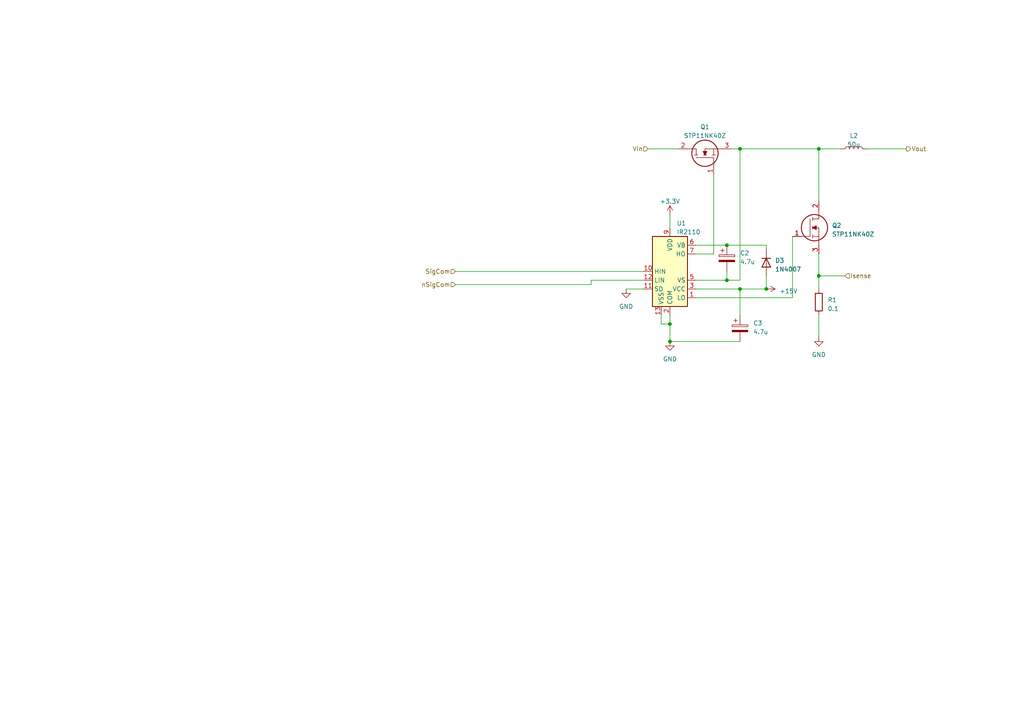
<source format=kicad_sch>
(kicad_sch (version 20230121) (generator eeschema)
  (paper "A4")
  (lib_symbols
    (symbol "Device:C_Polarized" (pin_numbers hide) (pin_names (offset 0.254))
      (property "Reference" "C" (at 0.635 2.54 0))
      (property "Value" "C_Polarized" (at 0.635 -2.54 0))
      (symbol "C_Polarized_0_1"
        (rectangle (start -2.286 0.508) (end 2.286 1.016))
        (polyline (pts (xy -1.778 2.286) (xy -0.762 2.286)))
        (polyline (pts (xy -1.27 2.794) (xy -1.27 1.778)))
        (rectangle (start 2.286 -0.508) (end -2.286 -1.016) (fill (type outline)))
      )
      (symbol "C_Polarized_1_1"
        (pin passive line (at 0 3.81 270) (length 2.794) (name "~") (number "1"))
        (pin passive line (at 0 -3.81 90) (length 2.794) (name "~") (number "2"))
      )
    )
    (symbol "Device:L" (pin_numbers hide) (pin_names (offset 1.016) hide)
      (property "Reference" "L" (at -1.27 0 90))
      (property "Value" "L" (at 1.905 0 90))
      (symbol "L_0_1"
        (arc (start 0 -2.54) (mid 0.6323 -1.905) (end 0 -1.27))
        (arc (start 0 -1.27) (mid 0.6323 -0.635) (end 0 0))
        (arc (start 0 0) (mid 0.6323 0.635) (end 0 1.27))
        (arc (start 0 1.27) (mid 0.6323 1.905) (end 0 2.54))
      )
      (symbol "L_1_1"
        (pin passive line (at 0 3.81 270) (length 1.27) (name "1") (number "1"))
        (pin passive line (at 0 -3.81 90) (length 1.27) (name "2") (number "2"))
      )
    )
    (symbol "Device:R" (pin_numbers hide) (pin_names (offset 0))
      (property "Reference" "R" (at 2.032 0 90))
      (property "Value" "R" (at 0 0 90))
      (symbol "R_0_1"
        (rectangle (start -1.016 -2.54) (end 1.016 2.54) (stroke (width 0.254)))
      )
      (symbol "R_1_1"
        (pin passive line (at 0 3.81 270) (length 1.27) (name "~") (number "1"))
        (pin passive line (at 0 -3.81 90) (length 1.27) (name "~") (number "2"))
      )
    )
    (symbol "Diode:1N4007" (pin_numbers hide) (pin_names hide)
      (property "Reference" "D" (at 0 2.54 0))
      (property "Value" "1N4007" (at 0 -2.54 0))
      (symbol "1N4007_0_1"
        (polyline (pts (xy -1.27 1.27) (xy -1.27 -1.27)) (stroke (width 0.254)))
        (polyline (pts (xy 1.27 0) (xy -1.27 0)))
        (polyline (pts (xy 1.27 1.27) (xy 1.27 -1.27) (xy -1.27 0) (xy 1.27 1.27)) (stroke (width 0.254)))
      )
      (symbol "1N4007_1_1"
        (pin passive line (at -3.81 0 0) (length 2.54) (name "K") (number "1"))
        (pin passive line (at 3.81 0 180) (length 2.54) (name "A") (number "2"))
      )
    )
    (symbol "Driver_FET:IR2110"
      (property "Reference" "U" (at 1.27 13.335 0))
      (property "Value" "IR2110" (at 1.27 11.43 0))
      (symbol "IR2110_0_1"
        (rectangle (start -5.08 -10.16) (end 5.08 10.16) (stroke (width 0.254)) (fill (type background)))
      )
      (symbol "IR2110_1_1"
        (pin output line (at 7.62 -7.62 180) (length 2.54) (name "LO") (number "1"))
        (pin input line (at -7.62 0 0) (length 2.54) (name "HIN") (number "10"))
        (pin input line (at -7.62 -5.08 0) (length 2.54) (name "SD") (number "11"))
        (pin input line (at -7.62 -2.54 0) (length 2.54) (name "LIN") (number "12"))
        (pin power_in line (at -2.54 -12.7 90) (length 2.54) (name "VSS") (number "13"))
        (pin no_connect line (at -5.08 2.54 0) (length 2.54) hide (name "NC") (number "14"))
        (pin power_in line (at 0 -12.7 90) (length 2.54) (name "COM") (number "2"))
        (pin power_in line (at 7.62 -5.08 180) (length 2.54) (name "VCC") (number "3"))
        (pin no_connect line (at -5.08 7.62 0) (length 2.54) hide (name "NC") (number "4"))
        (pin passive line (at 7.62 -2.54 180) (length 2.54) (name "VS") (number "5"))
        (pin passive line (at 7.62 7.62 180) (length 2.54) (name "VB") (number "6"))
        (pin output line (at 7.62 5.08 180) (length 2.54) (name "HO") (number "7"))
        (pin no_connect line (at -5.08 5.08 0) (length 2.54) hide (name "NC") (number "8"))
        (pin power_in line (at 0 12.7 270) (length 2.54) (name "VDD") (number "9"))
      )
    )
    (symbol "ProjLib:STP11NK40Z" (pin_names (offset 0.762))
      (property "Reference" "Q" (at 11.43 3.81 0))
      (property "Value" "STP11NK40Z" (at 11.43 1.27 0))
      (symbol "STP11NK40Z_0_0"
        (pin passive line (at 0 0 0) (length 2.54) (name "~") (number "1"))
        (pin passive line (at 7.62 10.16 270) (length 2.54) (name "~") (number "2"))
        (pin passive line (at 7.62 -5.08 90) (length 2.54) (name "~") (number "3"))
      )
      (symbol "STP11NK40Z_0_1"
        (polyline (pts (xy 5.842 -0.508) (xy 5.842 0.508)) (stroke (width 0.1524)))
        (polyline (pts (xy 5.842 0) (xy 7.62 0)) (stroke (width 0.1524)))
        (polyline (pts (xy 5.842 2.032) (xy 5.842 3.048)) (stroke (width 0.1524)))
        (polyline (pts (xy 5.842 5.588) (xy 5.842 4.572)) (stroke (width 0.1524)))
        (polyline (pts (xy 7.62 2.54) (xy 5.842 2.54)) (stroke (width 0.1524)))
        (polyline (pts (xy 7.62 2.54) (xy 7.62 -2.54)) (stroke (width 0.1524)))
        (polyline (pts (xy 7.62 5.08) (xy 5.842 5.08)) (stroke (width 0.1524)))
        (polyline (pts (xy 7.62 5.08) (xy 7.62 7.62)) (stroke (width 0.1524)))
        (polyline (pts (xy 2.54 0) (xy 5.08 0) (xy 5.08 5.08)) (stroke (width 0.1524)))
        (polyline (pts (xy 5.842 2.54) (xy 6.858 3.048) (xy 6.858 2.032) (xy 5.842 2.54)) (stroke (width 0.254)) (fill (type outline)))
        (circle (center 6.35 2.54) (radius 3.81) (stroke (width 0.254)))
      )
    )
    (symbol "power:+15V" (power) (pin_names (offset 0))
      (property "Value" "+15V" (at 0 3.556 0))
      (symbol "+15V_0_1"
        (polyline (pts (xy -0.762 1.27) (xy 0 2.54)))
        (polyline (pts (xy 0 0) (xy 0 2.54)))
        (polyline (pts (xy 0 2.54) (xy 0.762 1.27)))
      )
      (symbol "+15V_1_1"
        (pin power_in line (at 0 0 90) (length 0) hide (name "+15V") (number "1"))
      )
    )
    (symbol "power:+3.3V" (power) (pin_names (offset 0))
      (property "Value" "+3.3V" (at 0 3.556 0))
      (symbol "+3.3V_0_1"
        (polyline (pts (xy -0.762 1.27) (xy 0 2.54)))
        (polyline (pts (xy 0 0) (xy 0 2.54)))
        (polyline (pts (xy 0 2.54) (xy 0.762 1.27)))
      )
      (symbol "+3.3V_1_1"
        (pin power_in line (at 0 0 90) (length 0) hide (name "+3.3V") (number "1"))
      )
    )
    (symbol "power:GND" (power) (pin_names (offset 0))
      (property "Value" "GND" (at 0 -3.81 0))
      (symbol "GND_0_1"
        (polyline (pts (xy 0 0) (xy 0 -1.27) (xy 1.27 -1.27) (xy 0 -2.54) (xy -1.27 -1.27) (xy 0 -1.27)))
      )
      (symbol "GND_1_1"
        (pin power_in line (at 0 0 270) (length 0) hide (name "GND") (number "1"))
      )
    )
  )
  (junction (at 222.25 83.82))
  (junction (at 237.49 80.01))
  (junction (at 237.49 43.18))
  (junction (at 194.31 93.98))
  (junction (at 210.82 81.28))
  (junction (at 210.82 71.12))
  (junction (at 214.63 43.18))
  (junction (at 214.63 83.82))
  (junction (at 194.31 99.06))
  (wire (pts (xy 194.31 99.06) (xy 214.63 99.06)))
  (wire (pts (xy 237.49 91.44) (xy 237.49 97.79)))
  (wire (pts (xy 207.01 50.8) (xy 207.01 73.66)))
  (wire (pts (xy 237.49 43.18) (xy 237.49 58.42)))
  (wire (pts (xy 222.25 71.12) (xy 210.82 71.12)))
  (wire (pts (xy 222.25 72.39) (xy 222.25 71.12)))
  (wire (pts (xy 262.89 43.18) (xy 251.46 43.18)))
  (wire (pts (xy 201.93 81.28) (xy 210.82 81.28)))
  (wire (pts (xy 229.87 86.36) (xy 229.87 68.58)))
  (wire (pts (xy 201.93 86.36) (xy 229.87 86.36)))
  (wire (pts (xy 191.77 93.98) (xy 194.31 93.98)))
  (wire (pts (xy 210.82 81.28) (xy 214.63 81.28)))
  (wire (pts (xy 171.45 82.55) (xy 171.45 81.28)))
  (wire (pts (xy 237.49 43.18) (xy 214.63 43.18)))
  (wire (pts (xy 194.31 93.98) (xy 194.31 99.06)))
  (wire (pts (xy 201.93 73.66) (xy 207.01 73.66)))
  (wire (pts (xy 245.11 80.01) (xy 237.49 80.01)))
  (wire (pts (xy 214.63 43.18) (xy 214.63 81.28)))
  (wire (pts (xy 222.25 83.82) (xy 214.63 83.82)))
  (wire (pts (xy 132.08 78.74) (xy 186.69 78.74)))
  (wire (pts (xy 132.08 82.55) (xy 171.45 82.55)))
  (wire (pts (xy 222.25 80.01) (xy 222.25 83.82)))
  (wire (pts (xy 214.63 83.82) (xy 201.93 83.82)))
  (wire (pts (xy 214.63 43.18) (xy 212.09 43.18)))
  (wire (pts (xy 210.82 78.74) (xy 210.82 81.28)))
  (wire (pts (xy 194.31 62.23) (xy 194.31 66.04)))
  (wire (pts (xy 171.45 81.28) (xy 186.69 81.28)))
  (wire (pts (xy 237.49 43.18) (xy 243.84 43.18)))
  (wire (pts (xy 237.49 73.66) (xy 237.49 80.01)))
  (wire (pts (xy 187.96 43.18) (xy 196.85 43.18)))
  (wire (pts (xy 214.63 91.44) (xy 214.63 83.82)))
  (wire (pts (xy 191.77 91.44) (xy 191.77 93.98)))
  (wire (pts (xy 194.31 91.44) (xy 194.31 93.98)))
  (wire (pts (xy 237.49 80.01) (xy 237.49 83.82)))
  (wire (pts (xy 201.93 71.12) (xy 210.82 71.12)))
  (wire (pts (xy 181.61 83.82) (xy 186.69 83.82)))
  (hierarchical_label "SigCom" (shape input) (at 132.08 78.74 180))
  (hierarchical_label "Vin" (shape input) (at 187.96 43.18 180))
  (hierarchical_label "Vout" (shape output) (at 262.89 43.18 0))
  (hierarchical_label "Isense" (shape input) (at 245.11 80.01 0))
  (hierarchical_label "nSigCom" (shape input) (at 132.08 82.55 180))
  (symbol (lib_id "ProjLib:STP11NK40Z") (at 207.01 50.8 90) (unit 1)
    (property "Reference" "Q1" (at 204.47 36.83 90))
    (property "Value" "STP11NK40Z" (at 204.47 39.37 90))
    (property "Footprint" "TO255P460X1020X2008-3P" (effects hide))
    (property "Datasheet" "https://componentsearchengine.com/Datasheets/2/STP11NK40Z.pdf" (effects hide))
    (property "Description" "N-channel MOSFET,STP11NK40Z 9A 400V" (effects hide))
    (property "Height" "4.6" (effects hide))
    (property "Manufacturer_Name" "STMicroelectronics" (effects hide))
    (property "Manufacturer_Part_Number" "STP11NK40Z" (effects hide))
    (property "Mouser Part Number" "511-STP11NK40Z" (effects hide))
    (property "Mouser Price/Stock" "https://www.mouser.co.uk/ProductDetail/STMicroelectronics/STP11NK40Z?qs=mLGruWOCTdHv0iaks22itg%3D%3D" (effects hide))
    (property "Arrow Part Number" "STP11NK40Z" (effects hide))
    (property "Arrow Price/Stock" "https://www.arrow.com/en/products/stp11nk40z/stmicroelectronics" (effects hide))
  )
  (symbol (lib_id "Driver_FET:IR2110") (at 194.31 78.74 0) (unit 1)
    (property "Reference" "U1" (at 196.2659 64.77 0) (effects (justify left)))
    (property "Value" "IR2110" (at 196.2659 67.31 0) (effects (justify left)))
    (property "Footprint" "Package_DIP:DIP-14_W7.62mm" (effects hide))
    (property "Datasheet" "https://www.infineon.com/dgdl/ir2110.pdf?fileId=5546d462533600a4015355c80333167e" (effects hide))
  )
  (symbol (lib_id "Device:L") (at 247.65 43.18 90) (unit 1)
    (property "Reference" "L2" (at 247.65 39.37 90))
    (property "Value" "50u" (at 247.65 41.91 90))
  )
  (symbol (lib_id "power:GND") (at 181.61 83.82 0) (unit 1)
    (property "Reference" "#PWR08" (effects hide))
    (property "Value" "GND" (at 181.61 88.9 0))
  )
  (symbol (lib_id "Device:C_Polarized") (at 210.82 74.93 0) (unit 1)
    (property "Reference" "C2" (at 214.63 73.406 0) (effects (justify left)))
    (property "Value" "4.7u" (at 214.63 75.946 0) (effects (justify left)))
  )
  (symbol (lib_id "power:+15V") (at 222.25 83.82 270) (unit 1)
    (property "Reference" "#PWR07" (effects hide))
    (property "Value" "+15V" (at 226.06 84.455 90) (effects (justify left)))
  )
  (symbol (lib_id "power:GND") (at 194.31 99.06 0) (unit 1)
    (property "Reference" "#PWR09" (effects hide))
    (property "Value" "GND" (at 194.31 104.14 0))
  )
  (symbol (lib_id "power:+3.3V") (at 194.31 62.23 0) (unit 1)
    (property "Reference" "#PWR06" (effects hide))
    (property "Value" "+3.3V" (at 194.31 58.42 0))
  )
  (symbol (lib_id "power:GND") (at 237.49 97.79 0) (unit 1)
    (property "Reference" "#PWR05" (effects hide))
    (property "Value" "GND" (at 237.49 102.87 0))
  )
  (symbol (lib_id "Device:C_Polarized") (at 214.63 95.25 0) (unit 1)
    (property "Reference" "C3" (at 218.44 93.726 0) (effects (justify left)))
    (property "Value" "4.7u" (at 218.44 96.266 0) (effects (justify left)))
  )
  (symbol (lib_id "Device:R") (at 237.49 87.63 0) (unit 1)
    (property "Reference" "R1" (at 240.03 86.995 0) (effects (justify left)))
    (property "Value" "0.1" (at 240.03 89.535 0) (effects (justify left)))
  )
  (symbol (lib_id "Diode:1N4007") (at 222.25 76.2 270) (unit 1)
    (property "Reference" "D3" (at 224.79 75.565 90) (effects (justify left)))
    (property "Value" "1N4007" (at 224.79 78.105 90) (effects (justify left)))
    (property "Footprint" "Diode_THT:D_DO-41_SOD81_P10.16mm_Horizontal" (effects hide))
    (property "Datasheet" "http://www.vishay.com/docs/88503/1n4001.pdf" (effects hide))
    (property "Sim.Device" "D" (effects hide))
    (property "Sim.Pins" "1=K 2=A" (effects hide))
  )
  (symbol (lib_id "ProjLib:STP11NK40Z") (at 229.87 68.58 0) (unit 1)
    (property "Reference" "Q2" (at 241.3 65.405 0) (effects (justify left)))
    (property "Value" "STP11NK40Z" (at 241.3 67.945 0) (effects (justify left)))
    (property "Footprint" "TO255P460X1020X2008-3P" (effects hide))
    (property "Datasheet" "https://componentsearchengine.com/Datasheets/2/STP11NK40Z.pdf" (effects hide))
    (property "Description" "N-channel MOSFET,STP11NK40Z 9A 400V" (effects hide))
    (property "Height" "4.6" (effects hide))
    (property "Manufacturer_Name" "STMicroelectronics" (effects hide))
    (property "Manufacturer_Part_Number" "STP11NK40Z" (effects hide))
    (property "Mouser Part Number" "511-STP11NK40Z" (effects hide))
    (property "Mouser Price/Stock" "https://www.mouser.co.uk/ProductDetail/STMicroelectronics/STP11NK40Z?qs=mLGruWOCTdHv0iaks22itg%3D%3D" (effects hide))
    (property "Arrow Part Number" "STP11NK40Z" (effects hide))
    (property "Arrow Price/Stock" "https://www.arrow.com/en/products/stp11nk40z/stmicroelectronics" (effects hide))
  )
)
</source>
